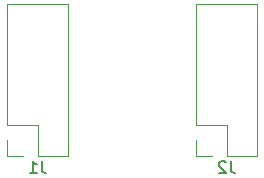
<source format=gbr>
From 2926e887c4360317809bd2a7eb4ad42290cfefe3 Mon Sep 17 00:00:00 2001
From: jaseg <git@jaseg.net>
Date: Fri, 2 Oct 2020 17:33:32 +0200
Subject: Initial commit

---
 .../gerber/dbg_connect_cable-B_SilkS.gbr           | 86 ++++++++++++++++++++++
 1 file changed, 86 insertions(+)
 create mode 100644 cable/dbg_connect_cable/gerber/dbg_connect_cable-B_SilkS.gbr

(limited to 'cable/dbg_connect_cable/gerber/dbg_connect_cable-B_SilkS.gbr')

diff --git a/cable/dbg_connect_cable/gerber/dbg_connect_cable-B_SilkS.gbr b/cable/dbg_connect_cable/gerber/dbg_connect_cable-B_SilkS.gbr
new file mode 100644
index 0000000..93e9816
--- /dev/null
+++ b/cable/dbg_connect_cable/gerber/dbg_connect_cable-B_SilkS.gbr
@@ -0,0 +1,86 @@
+%TF.GenerationSoftware,KiCad,Pcbnew,(5.99.0-2820-g96f4e8f6f)*%
+%TF.CreationDate,2020-10-02T17:32:46+02:00*%
+%TF.ProjectId,dbg_connect_cable,6462675f-636f-46e6-9e65-63745f636162,rev?*%
+%TF.SameCoordinates,Original*%
+%TF.FileFunction,Legend,Bot*%
+%TF.FilePolarity,Positive*%
+%FSLAX46Y46*%
+G04 Gerber Fmt 4.6, Leading zero omitted, Abs format (unit mm)*
+G04 Created by KiCad (PCBNEW (5.99.0-2820-g96f4e8f6f)) date 2020-10-02 17:32:46*
+%MOMM*%
+%LPD*%
+G01*
+G04 APERTURE LIST*
+%ADD10C,0.150000*%
+%ADD11C,0.120000*%
+G04 APERTURE END LIST*
+D10*
+%TO.C,J2*%
+X150603333Y-95782380D02*
+X150603333Y-96496666D01*
+X150650952Y-96639523D01*
+X150746190Y-96734761D01*
+X150889047Y-96782380D01*
+X150984285Y-96782380D01*
+X150174761Y-95877619D02*
+X150127142Y-95830000D01*
+X150031904Y-95782380D01*
+X149793809Y-95782380D01*
+X149698571Y-95830000D01*
+X149650952Y-95877619D01*
+X149603333Y-95972857D01*
+X149603333Y-96068095D01*
+X149650952Y-96210952D01*
+X150222380Y-96782380D01*
+X149603333Y-96782380D01*
+%TO.C,J1*%
+X134603333Y-95782380D02*
+X134603333Y-96496666D01*
+X134650952Y-96639523D01*
+X134746190Y-96734761D01*
+X134889047Y-96782380D01*
+X134984285Y-96782380D01*
+X133603333Y-96782380D02*
+X134174761Y-96782380D01*
+X133889047Y-96782380D02*
+X133889047Y-95782380D01*
+X133984285Y-95925238D01*
+X134079523Y-96020476D01*
+X134174761Y-96068095D01*
+D11*
+%TO.C,J2*%
+X147670000Y-92730000D02*
+X147670000Y-82510000D01*
+X147670000Y-95330000D02*
+X149000000Y-95330000D01*
+X150270000Y-92730000D02*
+X150270000Y-95330000D01*
+X152870000Y-95330000D02*
+X152870000Y-82510000D01*
+X150270000Y-95330000D02*
+X152870000Y-95330000D01*
+X147670000Y-94000000D02*
+X147670000Y-95330000D01*
+X147670000Y-82510000D02*
+X152870000Y-82510000D01*
+X147670000Y-92730000D02*
+X150270000Y-92730000D01*
+%TO.C,J1*%
+X131670000Y-92730000D02*
+X131670000Y-82510000D01*
+X131670000Y-92730000D02*
+X134270000Y-92730000D01*
+X134270000Y-95330000D02*
+X136870000Y-95330000D01*
+X131670000Y-95330000D02*
+X133000000Y-95330000D01*
+X134270000Y-92730000D02*
+X134270000Y-95330000D01*
+X131670000Y-94000000D02*
+X131670000Y-95330000D01*
+X136870000Y-95330000D02*
+X136870000Y-82510000D01*
+X131670000Y-82510000D02*
+X136870000Y-82510000D01*
+%TD*%
+M02*
-- 
cgit 


</source>
